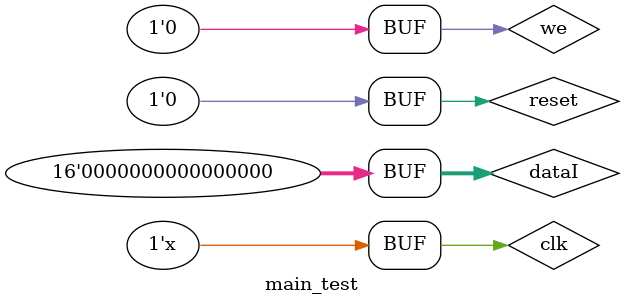
<source format=v>
`timescale 1ns / 1ps


module main_test();
reg clk;
reg reset;
reg we = 0;
reg [15:0] dataI = 0;
wire [2:0] selA;
wire [2:0] selB;
wire [2:0] selD;
wire [15:0] dataA;
wire [15:0] dataB;
wire [15:0] dataD;
wire [4:0] aluop;
wire [7:0] imm;
wire [15:0] dataO;
wire [1:0] opcode;
wire [15:0] pcO;
wire shldBranch;
wire enfetch;
wire enalu;
wire endec;
wire enmem;
wire enrgrd;
wire enrgwr;
    assign opcode = (reset) ? 2'b11 : ((shldBranch ? 2'b10 : ((we) ? 2'b01 : 2'b00)));
		reg_file main_reg(
		clk,
		en,
		we,
		selA,
		selB,
		selD,
		dataD,
		// outputs
		dataA,
		dataB
		);
inst_dec main_inst(
		clk,
		en,
		inst,
		aluop,
		selA,
		selB,
		selD,
		imm,
		regwe
		);
alu main_alu(
		clk,
		en, 
		aluop,
		dataA,
		dataB,
		imm,	
		// Outputs
		dataResult,
		shldBranch
		);
ctrl_unit main_ctri(
		clk,
		reset,
		enfetch,
		endec, 
		enrgrd,
		enalu,
		enrgwr,
		enmem
		);
pc_unit pc_main(
		clk,
		opcode,
		dataD,
		pcO
		);
fake_ram main_ram(
		clk,
		we,
		addr,
		dataI,
		// Outputs
		dataO
		);
initial begin
	clk = 0;
	reset = 1;
	#20
	reset = 0;
end
always begin
	#5;
	clk =  ~clk;
end
endmodule


</source>
